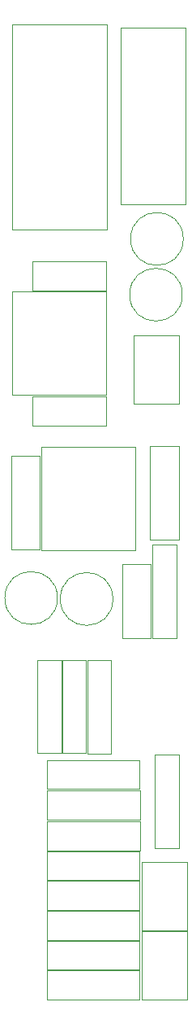
<source format=gbr>
%TF.GenerationSoftware,KiCad,Pcbnew,5.1.9+dfsg1-1~bpo10+1*%
%TF.CreationDate,2022-02-04T08:42:55+08:00*%
%TF.ProjectId,MiniADSR 1.0.1 - Main,4d696e69-4144-4535-9220-312e302e3120,rev?*%
%TF.SameCoordinates,Original*%
%TF.FileFunction,Other,User*%
%FSLAX46Y46*%
G04 Gerber Fmt 4.6, Leading zero omitted, Abs format (unit mm)*
G04 Created by KiCad (PCBNEW 5.1.9+dfsg1-1~bpo10+1) date 2022-02-04 08:42:55*
%MOMM*%
%LPD*%
G01*
G04 APERTURE LIST*
%ADD10C,0.050000*%
G04 APERTURE END LIST*
D10*
%TO.C,J5*%
X136320000Y-74850000D02*
X136320000Y-53490000D01*
X136320000Y-53490000D02*
X146220000Y-53490000D01*
X146220000Y-53490000D02*
X146220000Y-74850000D01*
X146220000Y-74850000D02*
X136320000Y-74850000D01*
%TO.C,J3*%
X147650000Y-53800000D02*
X154400000Y-53800000D01*
X154400000Y-53800000D02*
X154400000Y-72200000D01*
X154400000Y-72200000D02*
X147650000Y-72200000D01*
X147650000Y-72200000D02*
X147650000Y-53800000D01*
%TO.C,R7*%
X149650000Y-139500000D02*
X149650000Y-142500000D01*
X149650000Y-142500000D02*
X139930000Y-142500000D01*
X139930000Y-142500000D02*
X139930000Y-139500000D01*
X139930000Y-139500000D02*
X149650000Y-139500000D01*
%TO.C,C1*%
X147800000Y-109650000D02*
X150800000Y-109650000D01*
X150800000Y-109650000D02*
X150800000Y-117350000D01*
X150800000Y-117350000D02*
X147800000Y-117350000D01*
X147800000Y-117350000D02*
X147800000Y-109650000D01*
%TO.C,D1*%
X151250000Y-139170000D02*
X151250000Y-129450000D01*
X153750000Y-139170000D02*
X151250000Y-139170000D01*
X153750000Y-129450000D02*
X153750000Y-139170000D01*
X151250000Y-129450000D02*
X153750000Y-129450000D01*
%TO.C,R5*%
X153750000Y-107050000D02*
X150750000Y-107050000D01*
X150750000Y-107050000D02*
X150750000Y-97330000D01*
X150750000Y-97330000D02*
X153750000Y-97330000D01*
X153750000Y-97330000D02*
X153750000Y-107050000D01*
%TO.C,D2*%
X151000000Y-107625000D02*
X153500000Y-107625000D01*
X153500000Y-107625000D02*
X153500000Y-117345000D01*
X153500000Y-117345000D02*
X151000000Y-117345000D01*
X151000000Y-117345000D02*
X151000000Y-107625000D01*
%TO.C,U1*%
X149200000Y-97450000D02*
X149200000Y-108150000D01*
X149200000Y-108150000D02*
X139400000Y-108150000D01*
X139400000Y-108150000D02*
X139400000Y-97450000D01*
X139400000Y-97450000D02*
X149200000Y-97450000D01*
%TO.C,C2*%
X146850000Y-113250000D02*
G75*
G03*
X146850000Y-113250000I-2750000J0D01*
G01*
%TO.C,R3*%
X149650000Y-148800000D02*
X149650000Y-151800000D01*
X149650000Y-151800000D02*
X139930000Y-151800000D01*
X139930000Y-151800000D02*
X139930000Y-148800000D01*
X139930000Y-148800000D02*
X149650000Y-148800000D01*
%TO.C,R1*%
X149650000Y-151900000D02*
X149650000Y-154900000D01*
X149650000Y-154900000D02*
X139930000Y-154900000D01*
X139930000Y-154900000D02*
X139930000Y-151900000D01*
X139930000Y-151900000D02*
X149650000Y-151900000D01*
%TO.C,R9*%
X149670000Y-139400000D02*
X139950000Y-139400000D01*
X149670000Y-136400000D02*
X149670000Y-139400000D01*
X139950000Y-136400000D02*
X149670000Y-136400000D01*
X139950000Y-139400000D02*
X139950000Y-136400000D01*
%TO.C,R10*%
X136200000Y-108070000D02*
X136200000Y-98350000D01*
X139200000Y-108070000D02*
X136200000Y-108070000D01*
X139200000Y-98350000D02*
X139200000Y-108070000D01*
X136200000Y-98350000D02*
X139200000Y-98350000D01*
%TO.C,R8*%
X149650000Y-130000000D02*
X149650000Y-133000000D01*
X149650000Y-133000000D02*
X139930000Y-133000000D01*
X139930000Y-133000000D02*
X139930000Y-130000000D01*
X139930000Y-130000000D02*
X149650000Y-130000000D01*
%TO.C,R6*%
X149670000Y-136200000D02*
X139950000Y-136200000D01*
X149670000Y-133200000D02*
X149670000Y-136200000D01*
X139950000Y-133200000D02*
X149670000Y-133200000D01*
X139950000Y-136200000D02*
X139950000Y-133200000D01*
%TO.C,R4*%
X139930000Y-142600000D02*
X149650000Y-142600000D01*
X139930000Y-145600000D02*
X139930000Y-142600000D01*
X149650000Y-145600000D02*
X139930000Y-145600000D01*
X149650000Y-142600000D02*
X149650000Y-145600000D01*
%TO.C,R2*%
X139930000Y-145700000D02*
X149650000Y-145700000D01*
X139930000Y-148700000D02*
X139930000Y-145700000D01*
X149650000Y-148700000D02*
X139930000Y-148700000D01*
X149650000Y-145700000D02*
X149650000Y-148700000D01*
%TO.C,C3*%
X141050000Y-113150000D02*
G75*
G03*
X141050000Y-113150000I-2750000J0D01*
G01*
%TO.C,C4*%
X154200000Y-75800000D02*
G75*
G03*
X154200000Y-75800000I-2750000J0D01*
G01*
%TO.C,C5*%
X154100000Y-81600000D02*
G75*
G03*
X154100000Y-81600000I-2750000J0D01*
G01*
%TO.C,C6*%
X146100000Y-81150000D02*
X138400000Y-81150000D01*
X146100000Y-78150000D02*
X146100000Y-81150000D01*
X138400000Y-78150000D02*
X146100000Y-78150000D01*
X138400000Y-81150000D02*
X138400000Y-78150000D01*
%TO.C,C7*%
X138450000Y-95200000D02*
X138450000Y-92200000D01*
X138450000Y-92200000D02*
X146150000Y-92200000D01*
X146150000Y-92200000D02*
X146150000Y-95200000D01*
X146150000Y-95200000D02*
X138450000Y-95200000D01*
%TO.C,D3*%
X144050000Y-119580000D02*
X144050000Y-129300000D01*
X141550000Y-119580000D02*
X144050000Y-119580000D01*
X141550000Y-129300000D02*
X141550000Y-119580000D01*
X144050000Y-129300000D02*
X141550000Y-129300000D01*
%TO.C,D4*%
X144150000Y-119600000D02*
X146650000Y-119600000D01*
X146650000Y-119600000D02*
X146650000Y-129320000D01*
X146650000Y-129320000D02*
X144150000Y-129320000D01*
X144150000Y-129320000D02*
X144150000Y-119600000D01*
%TO.C,D5*%
X141450000Y-129300000D02*
X138950000Y-129300000D01*
X138950000Y-129300000D02*
X138950000Y-119580000D01*
X138950000Y-119580000D02*
X141450000Y-119580000D01*
X141450000Y-119580000D02*
X141450000Y-129300000D01*
%TO.C,U2*%
X136300000Y-81300000D02*
X146100000Y-81300000D01*
X136300000Y-92000000D02*
X136300000Y-81300000D01*
X146100000Y-92000000D02*
X136300000Y-92000000D01*
X146100000Y-81300000D02*
X146100000Y-92000000D01*
%TO.C,Q1*%
X154610000Y-147690000D02*
X154610000Y-140590000D01*
X154610000Y-147690000D02*
X149870000Y-147690000D01*
X149870000Y-140590000D02*
X154610000Y-140590000D01*
X149870000Y-140590000D02*
X149870000Y-147690000D01*
%TO.C,Q2*%
X149870000Y-147790000D02*
X149870000Y-154890000D01*
X149870000Y-147790000D02*
X154610000Y-147790000D01*
X154610000Y-154890000D02*
X149870000Y-154890000D01*
X154610000Y-154890000D02*
X154610000Y-147790000D01*
%TO.C,Q3*%
X148990000Y-85860000D02*
X148990000Y-92960000D01*
X148990000Y-85860000D02*
X153730000Y-85860000D01*
X153730000Y-92960000D02*
X148990000Y-92960000D01*
X153730000Y-92960000D02*
X153730000Y-85860000D01*
%TD*%
M02*

</source>
